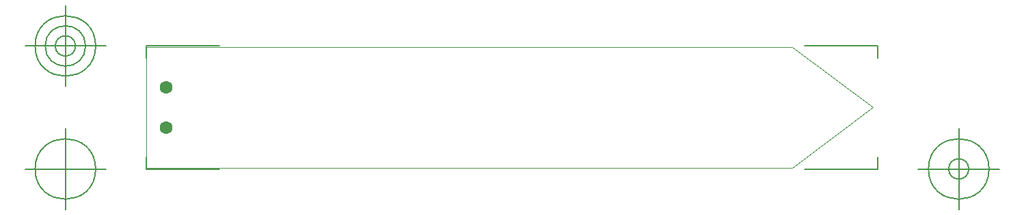
<source format=gbr>
G04 Generated by Ultiboard 13.0 *
%FSLAX34Y34*%
%MOMM*%

%ADD10C,0.0001*%
%ADD11C,0.1500*%
%ADD12C,0.0010*%
%ADD13C,1.6000*%


G04 ColorRGB FF00CC for the following layer *
%LNSolder Mask Top*%
%LPD*%
G54D10*
G54D11*
X-200000Y-551290D02*
X-200000Y-536032D01*
X-200000Y-551290D02*
X-109350Y-551290D01*
X706505Y-551290D02*
X615855Y-551290D01*
X706505Y-551290D02*
X706505Y-536032D01*
X706505Y-398710D02*
X706505Y-413968D01*
X706505Y-398710D02*
X615855Y-398710D01*
X-200000Y-398710D02*
X-109350Y-398710D01*
X-200000Y-398710D02*
X-200000Y-413968D01*
X-250000Y-551290D02*
X-350000Y-551290D01*
X-300000Y-601290D02*
X-300000Y-501290D01*
X-337500Y-551290D02*
G75*
D01*
G02X-337500Y-551290I37500J0*
G01*
X756505Y-551290D02*
X856505Y-551290D01*
X806505Y-601290D02*
X806505Y-501290D01*
X769005Y-551290D02*
G75*
D01*
G02X769005Y-551290I37500J0*
G01*
X794005Y-551290D02*
G75*
D01*
G02X794005Y-551290I12500J0*
G01*
X-250000Y-398710D02*
X-350000Y-398710D01*
X-300000Y-448710D02*
X-300000Y-348710D01*
X-337500Y-398710D02*
G75*
D01*
G02X-337500Y-398710I37500J0*
G01*
X-325000Y-398710D02*
G75*
D01*
G02X-325000Y-398710I25000J0*
G01*
X-312500Y-398710D02*
G75*
D01*
G02X-312500Y-398710I12500J0*
G01*
X-200000Y-551290D02*
X-200000Y-536032D01*
X-200000Y-551290D02*
X-109350Y-551290D01*
X706505Y-551290D02*
X615855Y-551290D01*
X706505Y-551290D02*
X706505Y-536032D01*
X706505Y-398710D02*
X706505Y-413968D01*
X706505Y-398710D02*
X615855Y-398710D01*
X-200000Y-398710D02*
X-109350Y-398710D01*
X-200000Y-398710D02*
X-200000Y-413968D01*
X-250000Y-551290D02*
X-350000Y-551290D01*
X-300000Y-601290D02*
X-300000Y-501290D01*
X-337500Y-551290D02*
G75*
D01*
G02X-337500Y-551290I37500J0*
G01*
X756505Y-551290D02*
X856505Y-551290D01*
X806505Y-601290D02*
X806505Y-501290D01*
X769005Y-551290D02*
G75*
D01*
G02X769005Y-551290I37500J0*
G01*
X794005Y-551290D02*
G75*
D01*
G02X794005Y-551290I12500J0*
G01*
X-250000Y-398710D02*
X-350000Y-398710D01*
X-300000Y-448710D02*
X-300000Y-348710D01*
X-337500Y-398710D02*
G75*
D01*
G02X-337500Y-398710I37500J0*
G01*
X-325000Y-398710D02*
G75*
D01*
G02X-325000Y-398710I25000J0*
G01*
X-312500Y-398710D02*
G75*
D01*
G02X-312500Y-398710I12500J0*
G01*
G54D12*
X600000Y-550000D02*
X250000Y-550000D01*
X-100000Y-550000D01*
X-150000Y-550000D01*
X-200000Y-550000D01*
X-100000Y-400000D02*
X600000Y-400000D01*
X-200000Y-400000D02*
X-100000Y-400000D01*
X-200000Y-550000D02*
X-200000Y-400000D01*
X600000Y-400000D02*
X700000Y-475000D01*
X600000Y-550000D01*
G54D13*
X-175000Y-500000D03*
X-175000Y-450000D03*

M02*

</source>
